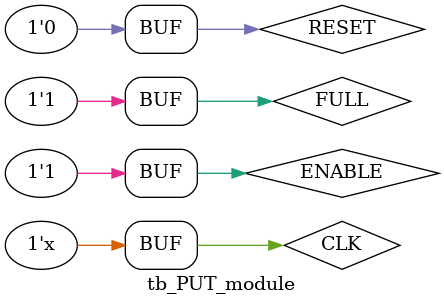
<source format=v>
`timescale 1ns / 1ps

module tb_PUT_module;

	// Inputs
	reg CLK;
	reg RESET;
	reg ENABLE;
	reg FULL;

	// Outputs
	wire ENABLE_CORE;
	wire FIFO_WRITE_EN;

	// Instantiate the Unit Under Test (UUT)
	PUT_module uut (
		.CLK(CLK), 
		.RESET(RESET), 
		.ENABLE(ENABLE), 
		.FULL(FULL), 
		.ENABLE_CORE(ENABLE_CORE), 
		.FIFO_WRITE_EN(FIFO_WRITE_EN)
	);

	initial begin
		// Initialize Inputs
		CLK = 0;
		RESET = 1;
		ENABLE = 0;
		FULL = 0;

		// Wait 100 ns for global reset to finish
		#100
        RESET = 0;
		ENABLE = 1;
		FULL = 0;
		
		#40
		FULL = 1;

	end
//---------------------------------------------------------------------------------//
	always #10 CLK = ~CLK ;
//---------------------------------------------------------------------------------//
endmodule


</source>
